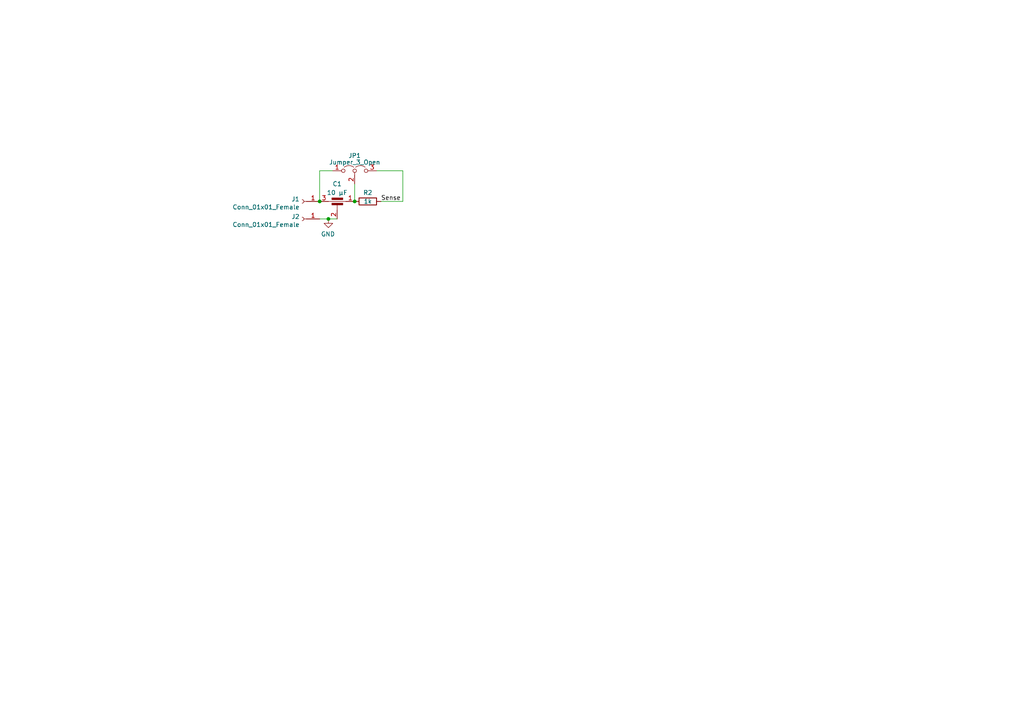
<source format=kicad_sch>
(kicad_sch (version 20230121) (generator eeschema)
  (paper "A4")
  (lib_symbols
    (symbol "Device:Filter_EMI_C" (pin_names (offset 0.254) hide)
      (property "Reference" "C" (at 0 7.62 0))
      (property "Value" "Filter_EMI_C" (at 0 5.715 0))
      (symbol "Filter_EMI_C_0_1"
        (rectangle (start -1.651 1.524) (end 1.524 2.032) (fill (type outline)))
        (polyline (pts (xy -2.54 2.54) (xy 2.54 2.54)))
        (polyline (pts (xy 0 0) (xy 0 1.778)))
        (rectangle (start 1.524 3.048) (end -1.651 3.556) (fill (type outline)))
      )
      (symbol "Filter_EMI_C_1_1"
        (pin passive line (at -5.08 2.54 0) (length 2.54) (name "1") (number "1"))
        (pin passive line (at 0 -2.54 90) (length 2.54) (name "2") (number "2"))
        (pin passive line (at 5.08 2.54 180) (length 2.54) (name "3") (number "3"))
      )
    )
    (symbol "Device:R" (pin_numbers hide) (pin_names (offset 0))
      (property "Reference" "R" (at 2.032 0 90))
      (property "Value" "R" (at 0 0 90))
      (symbol "R_0_1"
        (rectangle (start -1.016 -2.54) (end 1.016 2.54) (stroke (width 0.254)))
      )
      (symbol "R_1_1"
        (pin passive line (at 0 3.81 270) (length 1.27) (name "~") (number "1"))
        (pin passive line (at 0 -3.81 90) (length 1.27) (name "~") (number "2"))
      )
    )
    (symbol "Jumper:Jumper_3_Open" (pin_names (offset 0) hide)
      (property "Reference" "JP" (at -2.54 -2.54 0))
      (property "Value" "Jumper_3_Open" (at 0 2.794 0))
      (symbol "Jumper_3_Open_0_0"
        (circle (center -3.302 0) (radius 0.508))
        (circle (center 0 0) (radius 0.508))
        (circle (center 3.302 0) (radius 0.508))
      )
      (symbol "Jumper_3_Open_0_1"
        (arc (start -0.254 1.016) (mid -1.651 1.4992) (end -3.048 1.016))
        (polyline (pts (xy 0 -0.508) (xy 0 -1.27)))
        (arc (start 3.048 1.016) (mid 1.651 1.4992) (end 0.254 1.016))
      )
      (symbol "Jumper_3_Open_1_1"
        (pin passive line (at -6.35 0 0) (length 2.54) (name "A") (number "1"))
        (pin passive line (at 0 -3.81 90) (length 2.54) (name "C") (number "2"))
        (pin passive line (at 6.35 0 180) (length 2.54) (name "B") (number "3"))
      )
    )
    (symbol "Stage flood sensor-rescue:Conn_01x01_Female-Connector" (pin_names (offset 1.016) hide)
      (property "Reference" "J" (at 0 2.54 0))
      (property "Value" "Connector_Conn_01x01_Female" (at 0 -2.54 0))
      (symbol "Conn_01x01_Female-Connector_1_1"
        (polyline (pts (xy -1.27 0) (xy -0.508 0)) (stroke (width 0.1524)))
        (arc (start 0 0.508) (mid -0.5058 0) (end 0 -0.508) (stroke (width 0.1524)))
        (pin passive line (at -5.08 0 0) (length 3.81) (name "Pin_1") (number "1"))
      )
    )
    (symbol "power:GND" (power) (pin_names (offset 0))
      (property "Value" "GND" (at 0 -3.81 0))
      (symbol "GND_0_1"
        (polyline (pts (xy 0 0) (xy 0 -1.27) (xy 1.27 -1.27) (xy 0 -2.54) (xy -1.27 -1.27) (xy 0 -1.27)))
      )
      (symbol "GND_1_1"
        (pin power_in line (at 0 0 270) (length 0) hide (name "GND") (number "1"))
      )
    )
  )
  (junction (at 92.71 58.42))
  (junction (at 102.87 58.42))
  (junction (at 95.25 63.5))
  (wire (pts (xy 116.84 49.53) (xy 109.22 49.53)))
  (wire (pts (xy 92.71 49.53) (xy 92.71 58.42)))
  (wire (pts (xy 116.84 58.42) (xy 110.49 58.42)))
  (wire (pts (xy 95.25 63.5) (xy 92.71 63.5)))
  (wire (pts (xy 116.84 49.53) (xy 116.84 58.42)))
  (wire (pts (xy 102.87 53.34) (xy 102.87 58.42)))
  (wire (pts (xy 96.52 49.53) (xy 92.71 49.53)))
  (wire (pts (xy 97.79 63.5) (xy 95.25 63.5)))
  (label "Sense" (at 110.49 58.42 0))
  (symbol (lib_id "power:GND") (at 95.25 63.5 0) (mirror y) (unit 1)
    (property "Reference" "#PWR0101" (effects hide))
    (property "Value" "GND" (at 95.123 67.8942 0))
  )
  (symbol (lib_id "Stage flood sensor-rescue:Conn_01x01_Female-Connector") (at 87.63 58.42 0) (mirror y) (unit 1)
    (property "Reference" "J1" (at 86.9188 57.7596 0) (effects (justify left)))
    (property "Value" "Conn_01x01_Female" (at 86.9188 60.071 0) (effects (justify left)))
    (property "Footprint" "Connector_Wire:SolderWirePad_1x01_SMD_5x10mm" (effects hide))
  )
  (symbol (lib_id "Stage flood sensor-rescue:Conn_01x01_Female-Connector") (at 87.63 63.5 0) (mirror y) (unit 1)
    (property "Reference" "J2" (at 86.9188 62.8396 0) (effects (justify left)))
    (property "Value" "Conn_01x01_Female" (at 86.9188 65.151 0) (effects (justify left)))
    (property "Footprint" "Connector_Wire:SolderWirePad_1x01_SMD_5x10mm" (effects hide))
  )
  (symbol (lib_id "Jumper:Jumper_3_Open") (at 102.87 49.53 0) (unit 1)
    (property "Reference" "JP1" (at 102.87 45.1479 0))
    (property "Value" "Jumper_3_Open" (at 102.87 47.0689 0))
    (property "Footprint" "Jumper:SolderJumper-3_P2.0mm_Open_TrianglePad1.0x1.5mm_NumberLabels" (effects hide))
  )
  (symbol (lib_id "Device:Filter_EMI_C") (at 97.79 60.96 0) (mirror y) (unit 1)
    (property "Reference" "C1" (at 97.79 53.34 0))
    (property "Value" "10 µF" (at 97.79 55.88 0))
    (property "Footprint" "Custom footprints:0603 Passthrough capacitor" (effects hide))
    (property "Datasheet" "http://www.murata.com/~/media/webrenewal/support/library/catalog/products/emc/emifil/c31e.ashx?la=en-gb" (effects hide))
    (property "Part #" "YFF18PH0J106MT00HE" (effects hide))
  )
  (symbol (lib_id "Device:R") (at 106.68 58.42 270) (mirror x) (unit 1)
    (property "Reference" "R2" (at 106.68 55.88 90))
    (property "Value" "1k" (at 106.68 58.42 90))
    (property "Footprint" "Resistor_SMD:R_0603_1608Metric" (effects hide))
    (property "Part #" "RNCP0603FTD1K00" (effects hide))
  )
)
</source>
